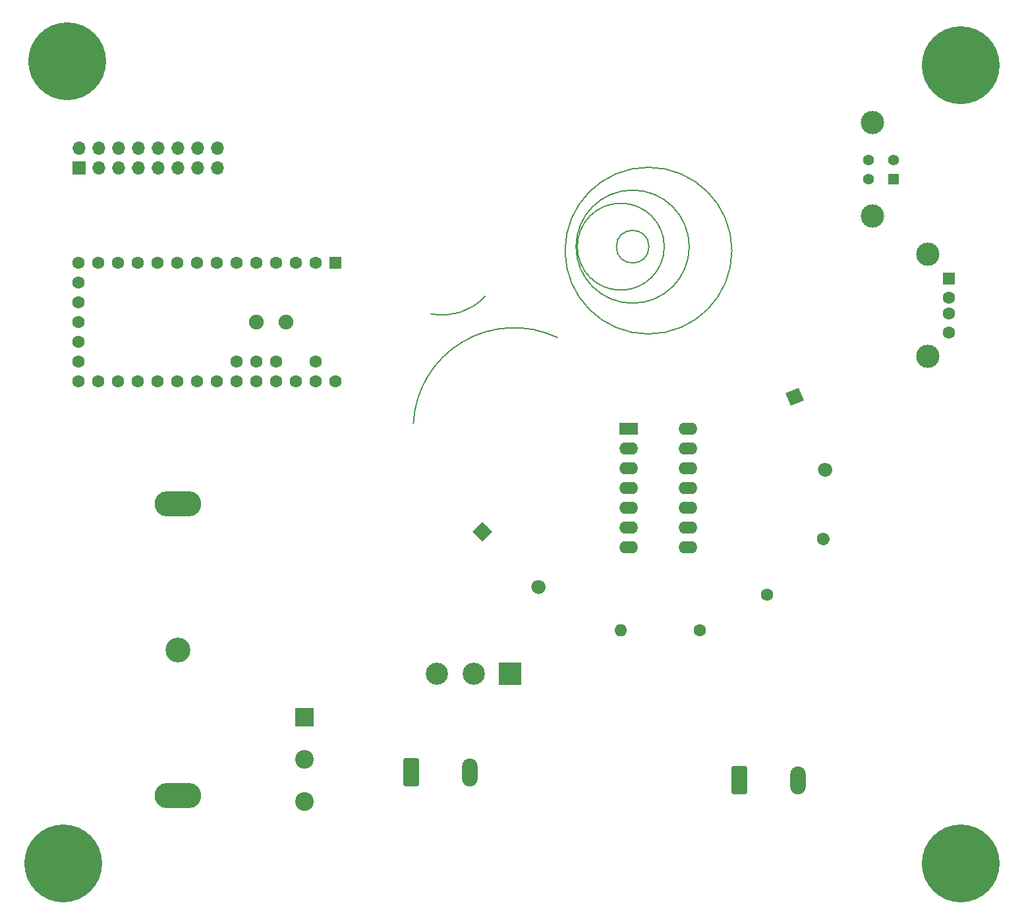
<source format=gbr>
G04 #@! TF.GenerationSoftware,KiCad,Pcbnew,(5.1.4)-1*
G04 #@! TF.CreationDate,2021-10-19T21:09:16-04:00*
G04 #@! TF.ProjectId,RB_switch_pcb_REV2,52425f73-7769-4746-9368-5f7063625f52,rev?*
G04 #@! TF.SameCoordinates,Original*
G04 #@! TF.FileFunction,Soldermask,Bot*
G04 #@! TF.FilePolarity,Negative*
%FSLAX46Y46*%
G04 Gerber Fmt 4.6, Leading zero omitted, Abs format (unit mm)*
G04 Created by KiCad (PCBNEW (5.1.4)-1) date 2021-10-19 21:09:16*
%MOMM*%
%LPD*%
G04 APERTURE LIST*
%ADD10C,0.150000*%
%ADD11C,10.000000*%
%ADD12C,1.600000*%
%ADD13R,1.600000X1.600000*%
%ADD14C,3.000000*%
%ADD15O,2.400000X1.600000*%
%ADD16R,2.400000X1.600000*%
%ADD17C,1.900000*%
%ADD18C,2.850000*%
%ADD19R,2.850000X2.850000*%
%ADD20C,1.600000*%
%ADD21O,1.600000X1.600000*%
%ADD22C,2.400000*%
%ADD23R,2.400000X2.400000*%
%ADD24O,2.000000X3.600000*%
%ADD25C,0.100000*%
%ADD26C,2.000000*%
%ADD27O,1.700000X1.700000*%
%ADD28R,1.700000X1.700000*%
%ADD29C,1.400000*%
%ADD30R,1.400000X1.400000*%
%ADD31O,6.000000X3.250000*%
%ADD32C,3.200000*%
%ADD33C,1.800000*%
%ADD34C,1.800000*%
G04 APERTURE END LIST*
D10*
X122699151Y-89299960D02*
G75*
G02X141223999Y-78232001I12936849J-616040D01*
G01*
X131928246Y-72904218D02*
G75*
G02X124968001Y-75183999I-5436246J4832218D01*
G01*
X158149453Y-66548000D02*
G75*
G03X158149453Y-66548000I-7273453J0D01*
G01*
X152970538Y-66548000D02*
G75*
G03X152970538Y-66548000I-2094538J0D01*
G01*
X154940000Y-66548000D02*
G75*
G03X154940000Y-66548000I-5588000J0D01*
G01*
X163624272Y-67056000D02*
G75*
G03X163624272Y-67056000I-10716272J0D01*
G01*
D11*
X78232000Y-42672000D03*
X77724000Y-145796000D03*
X193040000Y-145796000D03*
X193040000Y-43180000D03*
D12*
X191516000Y-77612000D03*
X191516000Y-75112000D03*
X191516000Y-73112000D03*
D13*
X191516000Y-70612000D03*
D14*
X188806000Y-67542000D03*
X188806000Y-80682000D03*
D15*
X157988000Y-89916000D03*
X150368000Y-105156000D03*
X157988000Y-92456000D03*
X150368000Y-102616000D03*
X157988000Y-94996000D03*
X150368000Y-100076000D03*
X157988000Y-97536000D03*
X150368000Y-97536000D03*
X157988000Y-100076000D03*
X150368000Y-94996000D03*
X157988000Y-102616000D03*
X150368000Y-92456000D03*
X157988000Y-105156000D03*
D16*
X150368000Y-89916000D03*
D17*
X106356892Y-76255437D03*
X102546892Y-76255437D03*
D13*
X112706892Y-68635437D03*
D12*
X110166892Y-68635437D03*
X107626892Y-68635437D03*
X105086892Y-68635437D03*
X102546892Y-68635437D03*
X100006892Y-68635437D03*
X97466892Y-68635437D03*
X94926892Y-68635437D03*
X92386892Y-68635437D03*
X89846892Y-68635437D03*
X87306892Y-68635437D03*
X84766892Y-68635437D03*
X82226892Y-68635437D03*
X100006892Y-81335437D03*
X102546892Y-81335437D03*
X105086892Y-81335437D03*
X110166892Y-81335437D03*
X112706892Y-83875437D03*
X110166892Y-83875437D03*
X107626892Y-83875437D03*
X105086892Y-83875437D03*
X102546892Y-83875437D03*
X100006892Y-83875437D03*
X97466892Y-83875437D03*
X94926892Y-83875437D03*
X92386892Y-83875437D03*
X89846892Y-83875437D03*
X87306892Y-83875437D03*
X84766892Y-83875437D03*
X82226892Y-83875437D03*
X79686892Y-68635437D03*
X79686892Y-71175437D03*
X79686892Y-73715437D03*
X79686892Y-83875437D03*
X79686892Y-81335437D03*
X79686892Y-78795437D03*
X79686892Y-76255437D03*
D18*
X125728000Y-121412000D03*
X130428000Y-121412000D03*
D19*
X135128000Y-121412000D03*
D12*
X175332205Y-104067795D03*
D20*
X175332205Y-104067795D02*
X175332205Y-104067795D01*
D12*
X168148000Y-111252000D03*
D21*
X149352000Y-115824000D03*
D12*
X159512000Y-115824000D03*
D22*
X108712000Y-137900000D03*
X108712000Y-132450000D03*
D23*
X108712000Y-127000000D03*
D24*
X129928000Y-134112000D03*
D25*
G36*
X123202504Y-132313204D02*
G01*
X123226773Y-132316804D01*
X123250571Y-132322765D01*
X123273671Y-132331030D01*
X123295849Y-132341520D01*
X123316893Y-132354133D01*
X123336598Y-132368747D01*
X123354777Y-132385223D01*
X123371253Y-132403402D01*
X123385867Y-132423107D01*
X123398480Y-132444151D01*
X123408970Y-132466329D01*
X123417235Y-132489429D01*
X123423196Y-132513227D01*
X123426796Y-132537496D01*
X123428000Y-132562000D01*
X123428000Y-135662000D01*
X123426796Y-135686504D01*
X123423196Y-135710773D01*
X123417235Y-135734571D01*
X123408970Y-135757671D01*
X123398480Y-135779849D01*
X123385867Y-135800893D01*
X123371253Y-135820598D01*
X123354777Y-135838777D01*
X123336598Y-135855253D01*
X123316893Y-135869867D01*
X123295849Y-135882480D01*
X123273671Y-135892970D01*
X123250571Y-135901235D01*
X123226773Y-135907196D01*
X123202504Y-135910796D01*
X123178000Y-135912000D01*
X121678000Y-135912000D01*
X121653496Y-135910796D01*
X121629227Y-135907196D01*
X121605429Y-135901235D01*
X121582329Y-135892970D01*
X121560151Y-135882480D01*
X121539107Y-135869867D01*
X121519402Y-135855253D01*
X121501223Y-135838777D01*
X121484747Y-135820598D01*
X121470133Y-135800893D01*
X121457520Y-135779849D01*
X121447030Y-135757671D01*
X121438765Y-135734571D01*
X121432804Y-135710773D01*
X121429204Y-135686504D01*
X121428000Y-135662000D01*
X121428000Y-132562000D01*
X121429204Y-132537496D01*
X121432804Y-132513227D01*
X121438765Y-132489429D01*
X121447030Y-132466329D01*
X121457520Y-132444151D01*
X121470133Y-132423107D01*
X121484747Y-132403402D01*
X121501223Y-132385223D01*
X121519402Y-132368747D01*
X121539107Y-132354133D01*
X121560151Y-132341520D01*
X121582329Y-132331030D01*
X121605429Y-132322765D01*
X121629227Y-132316804D01*
X121653496Y-132313204D01*
X121678000Y-132312000D01*
X123178000Y-132312000D01*
X123202504Y-132313204D01*
X123202504Y-132313204D01*
G37*
D26*
X122428000Y-134112000D03*
D24*
X172092000Y-135128000D03*
D25*
G36*
X165366504Y-133329204D02*
G01*
X165390773Y-133332804D01*
X165414571Y-133338765D01*
X165437671Y-133347030D01*
X165459849Y-133357520D01*
X165480893Y-133370133D01*
X165500598Y-133384747D01*
X165518777Y-133401223D01*
X165535253Y-133419402D01*
X165549867Y-133439107D01*
X165562480Y-133460151D01*
X165572970Y-133482329D01*
X165581235Y-133505429D01*
X165587196Y-133529227D01*
X165590796Y-133553496D01*
X165592000Y-133578000D01*
X165592000Y-136678000D01*
X165590796Y-136702504D01*
X165587196Y-136726773D01*
X165581235Y-136750571D01*
X165572970Y-136773671D01*
X165562480Y-136795849D01*
X165549867Y-136816893D01*
X165535253Y-136836598D01*
X165518777Y-136854777D01*
X165500598Y-136871253D01*
X165480893Y-136885867D01*
X165459849Y-136898480D01*
X165437671Y-136908970D01*
X165414571Y-136917235D01*
X165390773Y-136923196D01*
X165366504Y-136926796D01*
X165342000Y-136928000D01*
X163842000Y-136928000D01*
X163817496Y-136926796D01*
X163793227Y-136923196D01*
X163769429Y-136917235D01*
X163746329Y-136908970D01*
X163724151Y-136898480D01*
X163703107Y-136885867D01*
X163683402Y-136871253D01*
X163665223Y-136854777D01*
X163648747Y-136836598D01*
X163634133Y-136816893D01*
X163621520Y-136795849D01*
X163611030Y-136773671D01*
X163602765Y-136750571D01*
X163596804Y-136726773D01*
X163593204Y-136702504D01*
X163592000Y-136678000D01*
X163592000Y-133578000D01*
X163593204Y-133553496D01*
X163596804Y-133529227D01*
X163602765Y-133505429D01*
X163611030Y-133482329D01*
X163621520Y-133460151D01*
X163634133Y-133439107D01*
X163648747Y-133419402D01*
X163665223Y-133401223D01*
X163683402Y-133384747D01*
X163703107Y-133370133D01*
X163724151Y-133357520D01*
X163746329Y-133347030D01*
X163769429Y-133338765D01*
X163793227Y-133332804D01*
X163817496Y-133329204D01*
X163842000Y-133328000D01*
X165342000Y-133328000D01*
X165366504Y-133329204D01*
X165366504Y-133329204D01*
G37*
D26*
X164592000Y-135128000D03*
D27*
X97536000Y-53848000D03*
X97536000Y-56388000D03*
X94996000Y-53848000D03*
X94996000Y-56388000D03*
X92456000Y-53848000D03*
X92456000Y-56388000D03*
X89916000Y-53848000D03*
X89916000Y-56388000D03*
X87376000Y-53848000D03*
X87376000Y-56388000D03*
X84836000Y-53848000D03*
X84836000Y-56388000D03*
X82296000Y-53848000D03*
X82296000Y-56388000D03*
X79756000Y-53848000D03*
D28*
X79756000Y-56388000D03*
D29*
X184404000Y-55372000D03*
D14*
X181694000Y-50602000D03*
D30*
X184404000Y-57872000D03*
D29*
X181204000Y-55372000D03*
X181204000Y-57872000D03*
D14*
X181694000Y-62642000D03*
D31*
X92456000Y-99614000D03*
X92456000Y-137114000D03*
D32*
X92456000Y-118364000D03*
D33*
X175592064Y-95238616D03*
D34*
X175592064Y-95238616D02*
X175592064Y-95238616D01*
D33*
X171704000Y-85852000D03*
D25*
G36*
X170528093Y-85364924D02*
G01*
X172191076Y-84676093D01*
X172879907Y-86339076D01*
X171216924Y-87027907D01*
X170528093Y-85364924D01*
X170528093Y-85364924D01*
G37*
D33*
X138756205Y-110308205D03*
D34*
X138756205Y-110308205D02*
X138756205Y-110308205D01*
D33*
X131572000Y-103124000D03*
D25*
G36*
X130299208Y-103124000D02*
G01*
X131572000Y-101851208D01*
X132844792Y-103124000D01*
X131572000Y-104396792D01*
X130299208Y-103124000D01*
X130299208Y-103124000D01*
G37*
M02*

</source>
